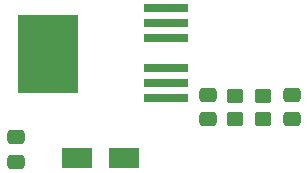
<source format=gbr>
%TF.GenerationSoftware,KiCad,Pcbnew,(6.0.8)*%
%TF.CreationDate,2023-02-11T17:00:45+01:00*%
%TF.ProjectId,BTS50010_TestBoard,42545335-3030-4313-905f-54657374426f,rev?*%
%TF.SameCoordinates,Original*%
%TF.FileFunction,Paste,Top*%
%TF.FilePolarity,Positive*%
%FSLAX46Y46*%
G04 Gerber Fmt 4.6, Leading zero omitted, Abs format (unit mm)*
G04 Created by KiCad (PCBNEW (6.0.8)) date 2023-02-11 17:00:45*
%MOMM*%
%LPD*%
G01*
G04 APERTURE LIST*
G04 Aperture macros list*
%AMRoundRect*
0 Rectangle with rounded corners*
0 $1 Rounding radius*
0 $2 $3 $4 $5 $6 $7 $8 $9 X,Y pos of 4 corners*
0 Add a 4 corners polygon primitive as box body*
4,1,4,$2,$3,$4,$5,$6,$7,$8,$9,$2,$3,0*
0 Add four circle primitives for the rounded corners*
1,1,$1+$1,$2,$3*
1,1,$1+$1,$4,$5*
1,1,$1+$1,$6,$7*
1,1,$1+$1,$8,$9*
0 Add four rect primitives between the rounded corners*
20,1,$1+$1,$2,$3,$4,$5,0*
20,1,$1+$1,$4,$5,$6,$7,0*
20,1,$1+$1,$6,$7,$8,$9,0*
20,1,$1+$1,$8,$9,$2,$3,0*%
G04 Aperture macros list end*
%ADD10C,0.010000*%
%ADD11RoundRect,0.250000X-0.450000X0.350000X-0.450000X-0.350000X0.450000X-0.350000X0.450000X0.350000X0*%
%ADD12RoundRect,0.250000X0.450000X-0.350000X0.450000X0.350000X-0.450000X0.350000X-0.450000X-0.350000X0*%
%ADD13RoundRect,0.250000X0.475000X-0.337500X0.475000X0.337500X-0.475000X0.337500X-0.475000X-0.337500X0*%
%ADD14RoundRect,0.250000X-0.475000X0.337500X-0.475000X-0.337500X0.475000X-0.337500X0.475000X0.337500X0*%
%ADD15R,3.700000X0.800000*%
%ADD16R,2.500000X1.800000*%
G04 APERTURE END LIST*
%TO.C,U1*%
G36*
X46865000Y-36280000D02*
G01*
X41805000Y-36280000D01*
X41805000Y-29760000D01*
X46865000Y-29760000D01*
X46865000Y-36280000D01*
G37*
D10*
X46865000Y-36280000D02*
X41805000Y-36280000D01*
X41805000Y-29760000D01*
X46865000Y-29760000D01*
X46865000Y-36280000D01*
%TD*%
D11*
%TO.C,R1*%
X60198000Y-36608000D03*
X60198000Y-38608000D03*
%TD*%
D12*
%TO.C,R2*%
X62600250Y-38608000D03*
X62600250Y-36608000D03*
%TD*%
D13*
%TO.C,C2*%
X41656000Y-40132000D03*
X41656000Y-42207000D03*
%TD*%
D14*
%TO.C,C1*%
X57912000Y-36533000D03*
X57912000Y-38608000D03*
%TD*%
D13*
%TO.C,C3*%
X65024000Y-38608000D03*
X65024000Y-36533000D03*
%TD*%
D15*
%TO.C,U1*%
X54335000Y-36830000D03*
X54335000Y-35560000D03*
X54335000Y-34290000D03*
X54335000Y-31750000D03*
X54335000Y-30480000D03*
X54335000Y-29210000D03*
%TD*%
D16*
%TO.C,D1*%
X46800000Y-41910000D03*
X50800000Y-41910000D03*
%TD*%
M02*

</source>
